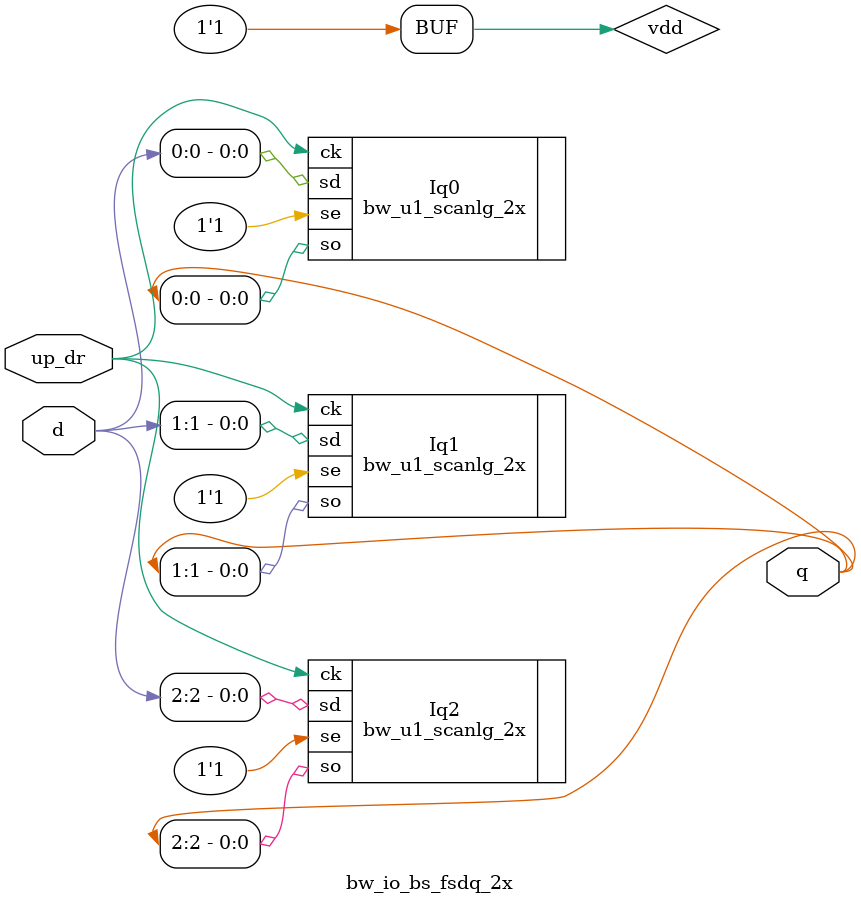
<source format=v>


module bw_io_bs_fsdq_2x (/*AUTOARG*/
  // Outputs
  q, 
  // Inputs
  d, up_dr
  );

  output [2:0]	q;
  input  [2:0]	d;
  input		up_dr;


  supply1	vdd;


  bw_u1_scanlg_2x Iq0 (
    .so              (q[0]),
    .sd              (d[0]),
    .ck              (up_dr),
    .se              (vdd)
    );

  bw_u1_scanlg_2x Iq1 (
    .so              (q[1]),
    .sd              (d[1]),
    .ck              (up_dr),
    .se              (vdd)
    );

  bw_u1_scanlg_2x Iq2 (
    .so              (q[2]),
    .sd              (d[2]),
    .ck              (up_dr),
    .se              (vdd)
    );

  endmodule


// Local Variables:
// verilog-auto-sense-defines-constant:t
// End:

</source>
